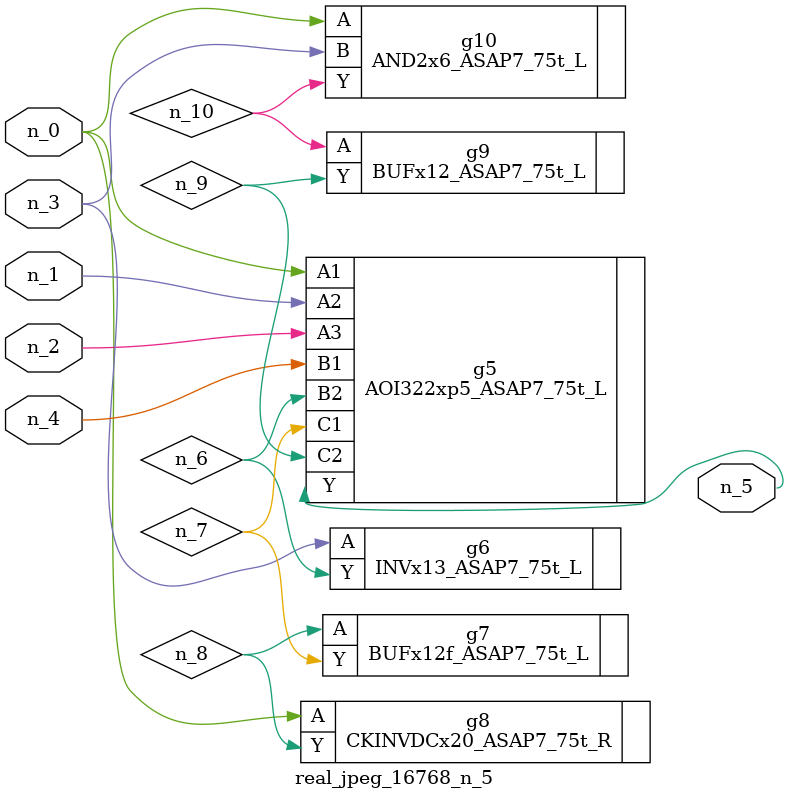
<source format=v>
module real_jpeg_16768_n_5 (n_4, n_0, n_1, n_2, n_3, n_5);

input n_4;
input n_0;
input n_1;
input n_2;
input n_3;

output n_5;

wire n_8;
wire n_6;
wire n_7;
wire n_10;
wire n_9;

AOI322xp5_ASAP7_75t_L g5 ( 
.A1(n_0),
.A2(n_1),
.A3(n_2),
.B1(n_4),
.B2(n_6),
.C1(n_7),
.C2(n_9),
.Y(n_5)
);

CKINVDCx20_ASAP7_75t_R g8 ( 
.A(n_0),
.Y(n_8)
);

AND2x6_ASAP7_75t_L g10 ( 
.A(n_0),
.B(n_3),
.Y(n_10)
);

INVx13_ASAP7_75t_L g6 ( 
.A(n_3),
.Y(n_6)
);

BUFx12f_ASAP7_75t_L g7 ( 
.A(n_8),
.Y(n_7)
);

BUFx12_ASAP7_75t_L g9 ( 
.A(n_10),
.Y(n_9)
);


endmodule
</source>
